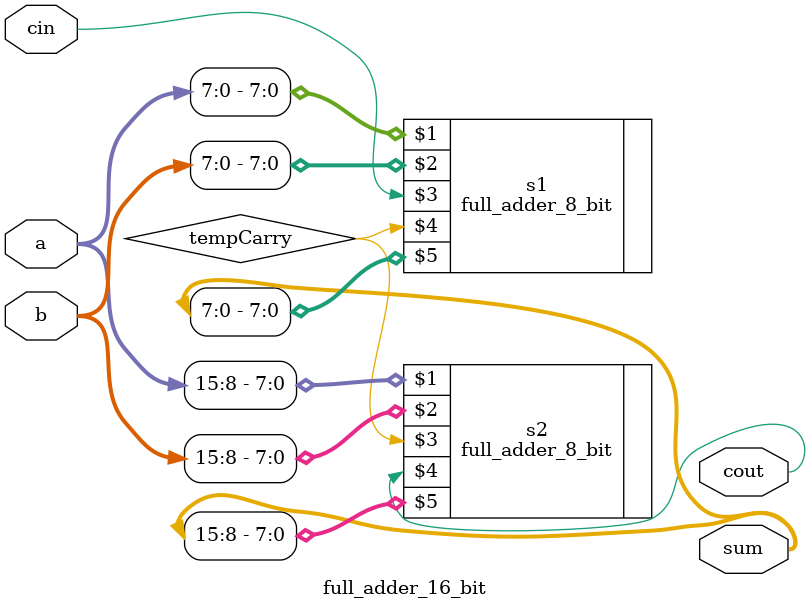
<source format=v>
`timescale 1ns / 1ps
module full_adder_16_bit (a, b, cin, cout, sum);
    input[15:0] a, b;       // two 16 bits inputs a and b
    input cin;              // single bit input cin
    output [15:0] sum;      // 16 bit output sum
    output cout;            // single bit output cout
    wire tempCarry;         // single bit to hold the carry

// construction of a 16 bit adder using two 8 bit adders
    full_adder_8_bit s1(a[7:0], b[7:0], cin, tempCarry, sum[7:0]);        // addition of 8 bits a[7:0] and b[7:0] using a 8-bit adder and saving of carry in tempCarry
    full_adder_8_bit s2(a[15:8], b[15:8], tempCarry, cout, sum[15:8]);    // addition of 8 bits a[15:8] and b[15:8] using a 8-bit adder and saving of carry in cout

endmodule
</source>
